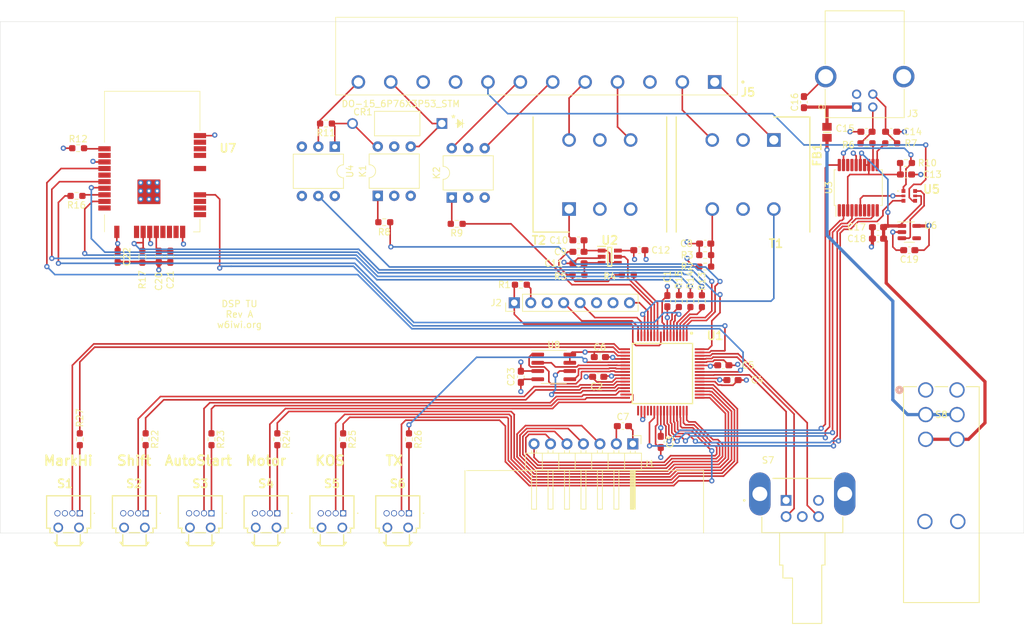
<source format=kicad_pcb>
(kicad_pcb (version 20211014) (generator pcbnew)

  (general
    (thickness 1.531112)
  )

  (paper "A4")
  (layers
    (0 "F.Cu" signal)
    (1 "In1.Cu" power)
    (2 "In2.Cu" power)
    (31 "B.Cu" signal)
    (32 "B.Adhes" user "B.Adhesive")
    (33 "F.Adhes" user "F.Adhesive")
    (34 "B.Paste" user)
    (35 "F.Paste" user)
    (36 "B.SilkS" user "B.Silkscreen")
    (37 "F.SilkS" user "F.Silkscreen")
    (38 "B.Mask" user)
    (39 "F.Mask" user)
    (40 "Dwgs.User" user "User.Drawings")
    (41 "Cmts.User" user "User.Comments")
    (42 "Eco1.User" user "User.Eco1")
    (43 "Eco2.User" user "User.Eco2")
    (44 "Edge.Cuts" user)
    (45 "Margin" user)
    (46 "B.CrtYd" user "B.Courtyard")
    (47 "F.CrtYd" user "F.Courtyard")
    (48 "B.Fab" user)
    (49 "F.Fab" user)
    (50 "User.1" user)
    (51 "User.2" user)
    (52 "User.3" user)
    (53 "User.4" user)
    (54 "User.5" user)
    (55 "User.6" user)
    (56 "User.7" user)
    (57 "User.8" user)
    (58 "User.9" user)
  )

  (setup
    (stackup
      (layer "F.SilkS" (type "Top Silk Screen") (color "White"))
      (layer "F.Paste" (type "Top Solder Paste"))
      (layer "F.Mask" (type "Top Solder Mask") (color "Red") (thickness 0.01524))
      (layer "F.Cu" (type "copper") (thickness 0.04572))
      (layer "dielectric 1" (type "prepreg") (thickness 0.178816) (material "FR4") (epsilon_r 4.5) (loss_tangent 0.02))
      (layer "In1.Cu" (type "copper") (thickness 0.03048))
      (layer "dielectric 2" (type "core") (thickness 0.9906) (material "FR4") (epsilon_r 4.5) (loss_tangent 0.02))
      (layer "In2.Cu" (type "copper") (thickness 0.03048))
      (layer "dielectric 3" (type "prepreg") (thickness 0.178816) (material "FR4") (epsilon_r 4.5) (loss_tangent 0.02))
      (layer "B.Cu" (type "copper") (thickness 0.04572))
      (layer "B.Mask" (type "Bottom Solder Mask") (color "Red") (thickness 0.01524))
      (layer "B.Paste" (type "Bottom Solder Paste"))
      (layer "B.SilkS" (type "Bottom Silk Screen") (color "White"))
      (copper_finish "ENIG")
      (dielectric_constraints no)
    )
    (pad_to_mask_clearance 0)
    (pcbplotparams
      (layerselection 0x00010e0_ffffffff)
      (disableapertmacros false)
      (usegerberextensions true)
      (usegerberattributes true)
      (usegerberadvancedattributes true)
      (creategerberjobfile true)
      (svguseinch false)
      (svgprecision 6)
      (excludeedgelayer true)
      (plotframeref false)
      (viasonmask false)
      (mode 1)
      (useauxorigin false)
      (hpglpennumber 1)
      (hpglpenspeed 20)
      (hpglpendiameter 15.000000)
      (dxfpolygonmode true)
      (dxfimperialunits true)
      (dxfusepcbnewfont true)
      (psnegative false)
      (psa4output false)
      (plotreference true)
      (plotvalue false)
      (plotinvisibletext false)
      (sketchpadsonfab false)
      (subtractmaskfromsilk false)
      (outputformat 1)
      (mirror false)
      (drillshape 0)
      (scaleselection 1)
      (outputdirectory "fab/")
    )
  )

  (net 0 "")
  (net 1 "GND")
  (net 2 "+3V3")
  (net 3 "Net-(C10-Pad1)")
  (net 4 "Net-(C10-Pad2)")
  (net 5 "USB_3V3")
  (net 6 "Net-(C14-Pad1)")
  (net 7 "Net-(C15-Pad1)")
  (net 8 "Net-(C16-Pad1)")
  (net 9 "+5V_SW")
  (net 10 "MCLRn")
  (net 11 "PWM_OUT")
  (net 12 "Net-(C9-Pad2)")
  (net 13 "Net-(R6-Pad1)")
  (net 14 "Net-(R7-Pad1)")
  (net 15 "PWRENn")
  (net 16 "Net-(CR1-Pad2)")
  (net 17 "LOOPb")
  (net 18 "unconnected-(U4-Pad3)")
  (net 19 "LOOP_SENSE")
  (net 20 "unconnected-(U4-Pad6)")
  (net 21 "Net-(C20-Pad1)")
  (net 22 "unconnected-(U6-Pad4)")
  (net 23 "Net-(R13-Pad1)")
  (net 24 "WIFI_CSn")
  (net 25 "Net-(R14-Pad1)")
  (net 26 "WIFI_SPI_CLK")
  (net 27 "Net-(R15-Pad1)")
  (net 28 "WIFI_MOSI")
  (net 29 "Net-(R16-Pad1)")
  (net 30 "WIFI_MISO")
  (net 31 "Net-(U1-Pad22)")
  (net 32 "Net-(U1-Pad23)")
  (net 33 "Net-(U1-Pad24)")
  (net 34 "Net-(U1-Pad29)")
  (net 35 "Net-(U5-Pad6)")
  (net 36 "unconnected-(U3-Pad1)")
  (net 37 "U1CTSn")
  (net 38 "U1TX")
  (net 39 "unconnected-(U3-Pad5)")
  (net 40 "unconnected-(U3-Pad7)")
  (net 41 "unconnected-(U3-Pad8)")
  (net 42 "U1RTSn")
  (net 43 "unconnected-(U3-Pad10)")
  (net 44 "unconnected-(U3-Pad17)")
  (net 45 "unconnected-(U3-Pad18)")
  (net 46 "U1RX")
  (net 47 "Net-(C8-Pad1)")
  (net 48 "Net-(C11-Pad1)")
  (net 49 "Net-(K1-Pad1)")
  (net 50 "unconnected-(K1-Pad3)")
  (net 51 "unconnected-(K1-Pad5)")
  (net 52 "LOOPa")
  (net 53 "Net-(K2-Pad1)")
  (net 54 "unconnected-(K2-Pad3)")
  (net 55 "PTTb")
  (net 56 "unconnected-(K2-Pad5)")
  (net 57 "PTTa")
  (net 58 "PTT")
  (net 59 "AFSK_INa")
  (net 60 "unconnected-(T1-Pad2)")
  (net 61 "AFSK_INb")
  (net 62 "unconnected-(T1-Pad5)")
  (net 63 "Net-(T1-Pad6)")
  (net 64 "unconnected-(T2-Pad2)")
  (net 65 "AFSK_OUTb")
  (net 66 "unconnected-(T2-Pad5)")
  (net 67 "AFSK_OUTa")
  (net 68 "Net-(J1-Pad3)")
  (net 69 "Net-(J1-Pad4)")
  (net 70 "Net-(J1-Pad5)")
  (net 71 "Net-(J1-Pad6)")
  (net 72 "Net-(J1-Pad7)")
  (net 73 "PGED")
  (net 74 "PGEC")
  (net 75 "unconnected-(J2-Pad6)")
  (net 76 "unconnected-(J2-Pad7)")
  (net 77 "IDLEn")
  (net 78 "AUTOSTART")
  (net 79 "LOOP_KEY")
  (net 80 "Net-(R12-Pad2)")
  (net 81 "WIFI_EN")
  (net 82 "AFSK_OUT_ENn")
  (net 83 "unconnected-(U1-Pad33)")
  (net 84 "unconnected-(U1-Pad36)")
  (net 85 "unconnected-(U1-Pad37)")
  (net 86 "AUTOSTARTn")
  (net 87 "ENCODER_SWn")
  (net 88 "WIFI_IRQn")
  (net 89 "unconnected-(U1-Pad58)")
  (net 90 "WIFI_RESETn")
  (net 91 "unconnected-(U7-Pad1)")
  (net 92 "unconnected-(U7-Pad2)")
  (net 93 "unconnected-(U7-Pad3)")
  (net 94 "unconnected-(U7-Pad5)")
  (net 95 "unconnected-(U7-Pad6)")
  (net 96 "unconnected-(U7-Pad7)")
  (net 97 "unconnected-(U7-Pad8)")
  (net 98 "unconnected-(U7-Pad11)")
  (net 99 "unconnected-(U7-Pad14)")
  (net 100 "unconnected-(U7-Pad19)")
  (net 101 "unconnected-(U7-Pad21)")
  (net 102 "unconnected-(U7-Pad25)")
  (net 103 "unconnected-(U7-Pad26)")
  (net 104 "unconnected-(U7-Pad27)")
  (net 105 "KOS_LED")
  (net 106 "Net-(R22-Pad2)")
  (net 107 "TX_LED")
  (net 108 "Net-(R23-Pad2)")
  (net 109 "AUTOSTART_LED")
  (net 110 "Net-(R24-Pad2)")
  (net 111 "MOTOR_LED")
  (net 112 "Net-(R25-Pad2)")
  (net 113 "MARK_HI_LED")
  (net 114 "Net-(R26-Pad2)")
  (net 115 "850_SHIFT_LED")
  (net 116 "Net-(R27-Pad2)")
  (net 117 "SHIFT_TOGGLEn")
  (net 118 "KOS_TOGGLEn")
  (net 119 "TX_TOGGLEn")
  (net 120 "AUTOSTART_TOGGLEn")
  (net 121 "MOTOR_TOGGLEn")
  (net 122 "MARK_HI_TOGGLEn")
  (net 123 "QAn")
  (net 124 "QBn")
  (net 125 "+5V")
  (net 126 "unconnected-(S8-Pad1)")
  (net 127 "unconnected-(S8-Pad4)")

  (footprint "Resistor_SMD:R_0603_1608Metric_Pad0.98x0.95mm_HandSolder" (layer "F.Cu") (at 70.612 103.378 -90))

  (footprint "Connector_PinHeader_2.54mm:PinHeader_1x07_P2.54mm_Horizontal" (layer "F.Cu") (at 135.641 104.083 -90))

  (footprint "Capacitor_SMD:C_0603_1608Metric_Pad1.08x0.95mm_HandSolder" (layer "F.Cu") (at 134.112 101.346))

  (footprint "HhLibrary:BEADC2012X110N" (layer "F.Cu") (at 165.608 55.968 -90))

  (footprint "HhLibrary:UJ2-BH-BL1-TH" (layer "F.Cu") (at 170.18 52.07 180))

  (footprint "Resistor_SMD:R_0603_1608Metric_Pad0.98x0.95mm_HandSolder" (layer "F.Cu") (at 177.8 60.706))

  (footprint "HhLibrary:228DD1S1AAFAMSC" (layer "F.Cu") (at 101.092 114.808 180))

  (footprint "HhLibrary:74HCT2G14GWQ100H" (layer "F.Cu") (at 178.308 65.786))

  (footprint "Resistor_SMD:R_0603_1608Metric_Pad0.98x0.95mm_HandSolder" (layer "F.Cu") (at 144.526 82.042 90))

  (footprint "HhLibrary:228DD1S1AAFAMSC" (layer "F.Cu") (at 90.932 114.808 180))

  (footprint "Resistor_SMD:R_0603_1608Metric_Pad0.98x0.95mm_HandSolder" (layer "F.Cu") (at 59.944 75.184 90))

  (footprint "HhLibrary:1757569" (layer "F.Cu") (at 148.283 48.196 180))

  (footprint "Package_DIP:DIP-6_W7.62mm" (layer "F.Cu") (at 96.281 65.776 90))

  (footprint "Capacitor_SMD:C_0603_1608Metric_Pad1.08x0.95mm_HandSolder" (layer "F.Cu") (at 140.97 82.042 90))

  (footprint "Resistor_SMD:R_0603_1608Metric_Pad0.98x0.95mm_HandSolder" (layer "F.Cu") (at 80.772 103.378 -90))

  (footprint "Package_DIP:DIP-6_W7.62mm" (layer "F.Cu") (at 107.696 66.04 90))

  (footprint "Resistor_SMD:R_0603_1608Metric_Pad0.98x0.95mm_HandSolder" (layer "F.Cu") (at 108.458 70.104 180))

  (footprint "Capacitor_SMD:C_0603_1608Metric_Pad1.08x0.95mm_HandSolder" (layer "F.Cu") (at 127.254 76.2 180))

  (footprint "Resistor_SMD:R_0603_1608Metric_Pad0.98x0.95mm_HandSolder" (layer "F.Cu") (at 171.704 57.658 180))

  (footprint "HhLibrary:ATWINC1510MR210UB" (layer "F.Cu") (at 61.468 60.485 90))

  (footprint "Capacitor_SMD:C_0603_1608Metric_Pad1.08x0.95mm_HandSolder" (layer "F.Cu") (at 130.302 93.726))

  (footprint "HhLibrary:SOT95P280X145-6N" (layer "F.Cu") (at 132.08 75.184))

  (footprint "Capacitor_SMD:C_0603_1608Metric_Pad1.08x0.95mm_HandSolder" (layer "F.Cu") (at 56.134 75.184 -90))

  (footprint "Resistor_SMD:R_0603_1608Metric_Pad0.98x0.95mm_HandSolder" (layer "F.Cu") (at 50.292 103.378 -90))

  (footprint "Resistor_SMD:R_0603_1608Metric_Pad0.98x0.95mm_HandSolder" (layer "F.Cu") (at 134.874 77.978 180))

  (footprint "HhLibrary:DIPS1067W107P475L2062H1880Q6N" (layer "F.Cu") (at 125.8055 67.818 90))

  (footprint "Capacitor_SMD:C_0603_1608Metric_Pad1.08x0.95mm_HandSolder" (layer "F.Cu") (at 136.652 74.168))

  (footprint "HhLibrary:228DD1S1AAFAMSC" (layer "F.Cu") (at 50.292 114.808 180))

  (footprint "Capacitor_SMD:C_0603_1608Metric_Pad1.08x0.95mm_HandSolder" (layer "F.Cu") (at 118.364 93.726 -90))

  (footprint "Capacitor_SMD:C_0603_1608Metric_Pad1.08x0.95mm_HandSolder" (layer "F.Cu") (at 177.8 62.484 180))

  (footprint "Capacitor_SMD:C_0603_1608Metric_Pad1.08x0.95mm_HandSolder" (layer "F.Cu") (at 151.0295 94.234))

  (footprint "Resistor_SMD:R_0603_1608Metric_Pad0.98x0.95mm_HandSolder" (layer "F.Cu") (at 142.748 82.042 90))

  (footprint "Capacitor_SMD:C_0603_1608Metric_Pad1.08x0.95mm_HandSolder" (layer "F.Cu") (at 127.254 72.644))

  (footprint "Package_SO:SOIC-8_3.9x4.9mm_P1.27mm" (layer "F.Cu") (at 123.444 92.202))

  (footprint "Capacitor_SMD:C_0603_1608Metric_Pad1.08x0.95mm_HandSolder" (layer "F.Cu") (at 173.482 70.612 180))

  (footprint "HhLibrary:228DD1S1AAFAMSC" (layer "F.Cu") (at 80.772 114.808 180))

  (footprint "HhLibrary:QFP50P1200X1200X120-64N" (layer "F.Cu") (at 140.208 93.218 -90))

  (footprint "Capacitor_SMD:C_0603_1608Metric_Pad1.08x0.95mm_HandSolder" (layer "F.Cu") (at 178.308 74.168 180))

  (footprint "Capacitor_SMD:C_0603_1608Metric_Pad1.08x0.95mm_HandSolder" (layer "F.Cu") (at 149.606 91.948))

  (footprint "HhLibrary:228DD1S1AAFAMSC" (layer "F.Cu")
    (tedit 0) (tstamp 98dfc26a-50cf-46f2-98a6-6b94c430c86e)
    (at 70.612 114.808 180)
    (descr "228DD1S1AAFAMSC")
    (tags "Switch")
    (property "Arrow Part Number" "")
    (property "Arrow Price/Stock" "")
    (property "Datasheet_1" "https://www.ctscorp.com/wp-content/uploads/228D.pdf")
    (property "Description" "SWITCH TACTILE SPST-NO 0.05A 12V")
    (property "Footprint_1" "228DD1S1AAFAMSC")
    (property "Height" "6.4")
    (property "Manufacturer_Name" "CTS")
    (property "Manufacturer_Part_Number" "228DD1S1AAFAMSC")
    (property "Mouser Part Number" "774-228DD1S1AAFAMSC")
    (property "Mouser Price/Stock" "https://www.mouser.co.uk/ProductDetail/CTS-Electronic-Components/228DD1S1AAFAMSC?qs=BJlw7L4Cy7%252Bx9Gylbq7xIw%3D%3D")
    (property "Reference_1" "S?")
    (property "Sheetfile" "DSP_TU.kicad_sch")
    (property "Sheetname" "")
    (property "Value_1" "228DD1S1AAFAMSC")
    (path "/aad47717-5d02-450e-a455-9d4d3fbe6be9")
    (attr through_hole)
    (fp_text reference "S3" (at 1.725 4.572 180) (layer "F.SilkS")
      (effects (font (size 1.27 1.27) (thickness 0.254)))
      (tstamp a5db2164-6009-4d67-bcdf-f523ae85a5bc)
    )
    (fp_text value "228DD1S1AAFAMSC" (at 1.725 -1.15 180) (layer "F.SilkS") hide
      (effects (font (size 1.27 1.27) (thickness 0.254)))
      (tstamp 5004abb4-76c7-4ec1-94a8-053571052fc7)
    )
    (fp_text user "${REFERENCE}" (at 1.725 -1.15 180) (layer "F.Fab")
      (effects (font (size 1.27 1.27) (thickness 0.254)))
      (tstamp 61f2f5a1-8282-44f1-be8c-0ed3eb70be68)
    )
    (fp_line (start 5.125 -2.3) (end 4.525 -2.3) (layer "F.SilkS") (width 0.2) (tstamp 046e8470-632d-4006-92a8-198de2dc8625))
    (fp_line (start -1.15 -2.3) (end -1.15 -3) (layer "F.SilkS") (width 0.2) (tstamp 08be2dae-42b9-4da2-8a73-3c8d97b6cb46))
    (fp_line (start -1.075 -2.3) (end -1.675 -2.3) (layer "F.SilkS") (width 0.2) (tstamp 122c21b2-4b60-4ae5-ab55-53aa1a8c1c69))
    (fp_line (start -1.15 -3) (end -0.675 -3) (layer "F.SilkS") (width 0.2) (tstamp 152bc18f-19fd-4d4f-848c-e36d59c16104))
    (fp_line (start 3.925 -4.5) (end 3.525 -4.5) (layer "F.SilkS") (width 0.2) (tstamp 2f9ae3ee-90ef-491b-8b37-e54e52121455))
    (fp_line (start 3.525 -5) (end 3.925 -4.5) (layer "F.SilkS") (width 0.2) (tstamp 399f66ac-fe7e-4ed6-8834-ba6e08ce999d))
    (fp_line (start -2.3 0) (end -2.3 0) (layer "F.SilkS") (width 0.1) (tstamp 3c4f40ad-2bdd-44e7-badf-bc965306deef))
    (fp_line (start -0.475 -4.499) (end -0.075 -4.499) (layer "F.SilkS") (width 0.2) (tstamp 4578c7a3-5e9d-4a2a-bd51-22efbaa642c0))
    (fp_line (start 4.6 -3) (end 4.6 -2.3) (layer "F.SilkS") (width 0.2) (tstamp 46d6eeac-070d-4619-8e1c-ebb3257a0708))
    (fp_line (start 5.125 2.7) (end 5.125 -2.3) (layer "F.SilkS") (width 0.2) (tstamp 81a5b264-6244-4115-b8c0-00687c2c31b8))
    (fp_line (start -0.075 -3.3) (end -0.075 -5) (layer "F.SilkS") (width 0.2) (tstamp 988c3e3b-f234-4717-9999-7938e1937802))
    (fp_line (start 4.125 -3) (end 4.6 -3) (layer "F.SilkS") (width 0.2) (tstamp a30cc2ff-b009-4428-9c69-13baabc8e8c8))
    (fp_line (start -2.2 0) (end -2.2 0) (layer "F.SilkS") (width 0.1) (tstamp c36c8085-f4af-42a1-99f5-ce73253bdb78))
    (fp_line (start -0.075 -5) (end -0.475 -4.499) (layer "F.SilkS") (width 0.2) (tstamp c90cc2d3-40d2-478f-a9ee-3459cbef4b4f))
    (fp_line (start -1.675 2.7) (end 5.125 2.7) (layer "F.SilkS") (width 0.2) (tstamp dcc8c2e6-0274-435a-b549-9d57e1960ea0))
    (fp_line (start 0.925 -3) (end 2.525 -3) (layer "F.SilkS") (width 0.2) (tstamp e05365b0-d2cb-412e-b2be-f66a7c3b1752))
    (fp_line (start -1.675 -2.3) (end -1.675 2.7) (layer "F.SilkS") (width 0.2) (tstamp e744e299-8b7c-4b38-a26b-f751f154fddb))
    (fp_line (start 3.525 -5) (end 3.525 -3.3) (layer "F.SilkS") (width 0.2) (tstamp f27e2320-7f1e-48c3-8ffd-50bee1cf8e8f))
    (fp_line (start -0.075 -5) (end 3.525 -5) (layer "F.SilkS") (width 0.2) (tstamp f9cd59eb-27b6-4921-ba24-0a762ab56cbf))
    (fp_arc (start -2.2 0) (mid -2.25 0.05) (end -2.3 0) (layer "F.SilkS") (width 0.1) (tstamp 7f2e2225-b548-4ac6-996e-86df91c129ec))
    (fp_arc (start -2.3 0) (mid -2.25 -0.05) (end -2.2 0) (layer "F.SilkS") (width 0.1) (tstamp a5a83a8a-3f1a-4e1f-a764-bcf858fc5cd8))
    (fp_line (start -2.675 -6) (end 6.125 -6) (layer "F.CrtYd") (width 0.1) (tstamp 1ed2c86e-c9a7-4563-b4fc-e142160618b1))
    (fp_line (start 6.125 3.7) (end -2.675 3.7) (layer "F.CrtYd") (width 0.1) (tstamp 2014ec45-8519-4583-b697-3ba8feeab11f))
    (fp_line (start -2.675 3.7) (end -2.675 -6) (layer "F.CrtYd") (width 0.1) (tstamp 2b59dd40-8275-42e3-b0e2-fe2273f63492))
    (fp_line (start 6.125 -6) (end 6.125 3.7) (layer "F.CrtYd") (width 0.1) (tstamp 39b0b584-cd68-424c-bbcc-cf7edfa9848b))
    (fp_line (start -1.15 -3) (end 4.6 -3) (layer "F.Fab") (width 0.1) (tstamp 2a0a31b8-0f66-4283-9eb1-e97bcb9fda1d))
    (fp_line (start -1.675 -2.3) (end 5.125 -2.3) (layer "F.Fab") (width 0.1) (tstamp 3625cf99-1184-4444-9df1-712924b2911c))
    (fp_line (start -1.675 2.7) (end -1.675 -2.3) (layer "F.Fab") (width 0.1) (tstamp 43f7f208-4cfe-437d-b337-3561911b528f))
    (fp_line (start -0.075 -3) (end -0.075 -5) (layer "F.Fab") (width 0.1) (tstamp 54a4062a-a2c2-45c5-839f-8903c77190a1))
    (fp_line (start 3.925 -4.499) (end 3.525 -4.499) (la
... [988141 chars truncated]
</source>
